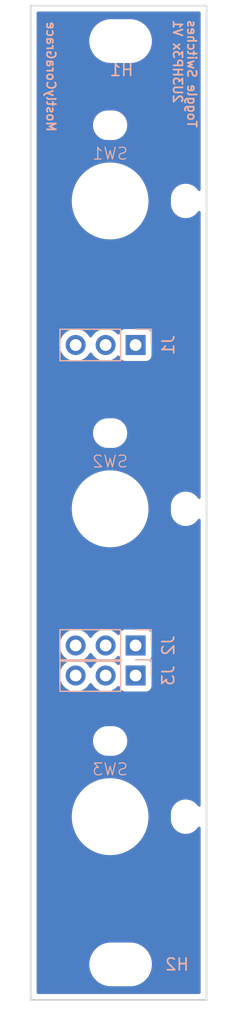
<source format=kicad_pcb>
(kicad_pcb (version 20240108) (generator "pcbnew") (generator_version "8.0")
  (layers (0 "F.Cu" signal) (31 "B.Cu" signal) (34 "B.Paste" user) (35 "F.Paste" user) (36 "B.SilkS" user "B.Silkscreen") (37 "F.SilkS" user "F.Silkscreen") (38 "B.Mask" user) (39 "F.Mask" user) (44 "Edge.Cuts" user))
  (net 0 "")
  (footprint "EXC:SW_SPDT_M6_Panel_Mount" (layer "F.Cu") (at 6.731 44.962)
    (property "Reference" "SW2" (at 0 -4 0) (layer "B.SilkS") (effects (font (thickness 0.1)) (justify mirror)))
    (property "Value" "SW_SPST_M6_MOUNT")
    (pad "" np_thru_hole oval (at 0 -6.4) (size 2.4 2) (drill oval 2.4 2) (layers "F&B.Cu" "*.Mask"))
    (pad "" np_thru_hole circle (at 0 0) (size 6 6) (drill 6) (layers "F&B.Cu" "*.Mask"))
    (pad "" np_thru_hole oval (at 6.4 0) (size 2 2.4) (drill oval 2 2.4) (layers "F&B.Cu" "*.Mask"))
  )
  (footprint "EXC:SW_SPDT_M6_Panel_Mount" (layer "F.Cu") (at 6.731 70.9865)
    (property "Reference" "SW3" (at 0 -4 0) (layer "B.SilkS") (effects (font (thickness 0.1)) (justify mirror)))
    (property "Value" "SW_SPST_M6_MOUNT")
    (pad "" np_thru_hole oval (at 0 -6.4) (size 2.4 2) (drill oval 2.4 2) (layers "F&B.Cu" "*.Mask"))
    (pad "" np_thru_hole circle (at 0 0) (size 6 6) (drill 6) (layers "F&B.Cu" "*.Mask"))
    (pad "" np_thru_hole oval (at 6.4 0) (size 2 2.4) (drill oval 2 2.4) (layers "F&B.Cu" "*.Mask"))
  )
  (footprint "EXC:SW_SPDT_M6_Panel_Mount" (layer "F.Cu") (at 6.731 18.9375)
    (property "Reference" "SW1" (at 0 -4 0) (layer "B.SilkS") (effects (font (thickness 0.1)) (justify mirror)))
    (property "Value" "SW_SPST_M6_MOUNT")
    (pad "" np_thru_hole oval (at 0 -6.4) (size 2.4 2) (drill oval 2.4 2) (layers "F&B.Cu" "*.Mask"))
    (pad "" np_thru_hole circle (at 0 0) (size 6 6) (drill 6) (layers "F&B.Cu" "*.Mask"))
    (pad "" np_thru_hole oval (at 6.4 0) (size 2 2.4) (drill oval 2 2.4) (layers "F&B.Cu" "*.Mask"))
  )
  (footprint "Connector_PinSocket_2.54mm:PinSocket_1x03_P2.54mm_Vertical" (layer "B.Cu") (at 8.89 56.515 90)
    (property "Reference" "J2" (at 0 2.77 90) (layer "B.SilkS") (effects (justify mirror)))
    (property "Value" "Conn_01x03_Socket")
    (fp_line (start 1.33 -6.41) (end -1.33 -6.41) (stroke (width 0.12)) (layer "B.SilkS"))
    (fp_line (start 1.33 -6.41) (end 1.33 -1.27) (stroke (width 0.12)) (layer "B.SilkS"))
    (fp_line (start -1.33 -6.41) (end -1.33 -1.27) (stroke (width 0.12)) (layer "B.SilkS"))
    (fp_line (start 1.33 -1.27) (end -1.33 -1.27) (stroke (width 0.12)) (layer "B.SilkS"))
    (fp_line (start 1.33 0) (end 1.33 1.33) (stroke (width 0.12)) (layer "B.SilkS"))
    (fp_line (start 1.33 1.33) (end 0 1.33) (stroke (width 0.12)) (layer "B.SilkS"))
    (pad "1" thru_hole rect (at 0 0 90) (size 1.7 1.7) (drill 1) (layers "*.Cu" "*.Mask"))
    (pad "2" thru_hole oval (at 0 -2.54 90) (size 1.7 1.7) (drill 1) (layers "*.Cu" "*.Mask"))
    (pad "3" thru_hole oval (at 0 -5.08 90) (size 1.7 1.7) (drill 1) (layers "*.Cu" "*.Mask"))
  )
  (footprint "EXC:MountingHole_3.2mm_M3" (layer "B.Cu") (at 7.62 83.475 180)
    (property "Reference" "H2" (at -3.683 0 0) (layer "B.SilkS") (effects (justify right mirror)))
    (property "Value" "Eurorack_M3_MountingHole")
    (pad "" np_thru_hole oval (at 0 0 180) (size 4.8 3.2) (drill oval 4.8 3.2) (layers "F&B.Cu" "*.Mask"))
  )
  (footprint "Connector_PinSocket_2.54mm:PinSocket_1x03_P2.54mm_Vertical" (layer "B.Cu") (at 8.89 31.115 90)
    (property "Reference" "J1" (at 0 2.77 90) (layer "B.SilkS") (effects (justify mirror)))
    (property "Value" "Conn_01x03_Socket")
    (fp_line (start 1.33 -6.41) (end -1.33 -6.41) (stroke (width 0.12)) (layer "B.SilkS"))
    (fp_line (start 1.33 -6.41) (end 1.33 -1.27) (stroke (width 0.12)) (layer "B.SilkS"))
    (fp_line (start -1.33 -6.41) (end -1.33 -1.27) (stroke (width 0.12)) (layer "B.SilkS"))
    (fp_line (start 1.33 -1.27) (end -1.33 -1.27) (stroke (width 0.12)) (layer "B.SilkS"))
    (fp_line (start 1.33 0) (end 1.33 1.33) (stroke (width 0.12)) (layer "B.SilkS"))
    (fp_line (start 1.33 1.33) (end 0 1.33) (stroke (width 0.12)) (layer "B.SilkS"))
    (pad "1" thru_hole rect (at 0 0 90) (size 1.7 1.7) (drill 1) (layers "*.Cu" "*.Mask"))
    (pad "2" thru_hole oval (at 0 -2.54 90) (size 1.7 1.7) (drill 1) (layers "*.Cu" "*.Mask"))
    (pad "3" thru_hole oval (at 0 -5.08 90) (size 1.7 1.7) (drill 1) (layers "*.Cu" "*.Mask"))
  )
  (footprint "EXC:MountingHole_3.2mm_M3" (layer "B.Cu") (at 7.62 5.425 180)
    (property "Reference" "H1" (at 1.016 -2.449 0) (layer "B.SilkS") (effects (justify right mirror)))
    (property "Value" "Eurorack_M3_MountingHole")
    (pad "" np_thru_hole oval (at 0 0 180) (size 4.8 3.2) (drill oval 4.8 3.2) (layers "F&B.Cu" "*.Mask"))
  )
  (footprint "Connector_PinSocket_2.54mm:PinSocket_1x03_P2.54mm_Vertical" (layer "B.Cu") (at 8.89 59.055 90)
    (property "Reference" "J3" (at 0 2.77 90) (layer "B.SilkS") (effects (justify mirror)))
    (property "Value" "Conn_01x03_Socket")
    (fp_line (start 1.33 -6.41) (end -1.33 -6.41) (stroke (width 0.12)) (layer "B.SilkS"))
    (fp_line (start 1.33 -6.41) (end 1.33 -1.27) (stroke (width 0.12)) (layer "B.SilkS"))
    (fp_line (start -1.33 -6.41) (end -1.33 -1.27) (stroke (width 0.12)) (layer "B.SilkS"))
    (fp_line (start 1.33 -1.27) (end -1.33 -1.27) (stroke (width 0.12)) (layer "B.SilkS"))
    (fp_line (start 1.33 0) (end 1.33 1.33) (stroke (width 0.12)) (layer "B.SilkS"))
    (fp_line (start 1.33 1.33) (end 0 1.33) (stroke (width 0.12)) (layer "B.SilkS"))
    (pad "1" thru_hole rect (at 0 0 90) (size 1.7 1.7) (drill 1) (layers "*.Cu" "*.Mask"))
    (pad "2" thru_hole oval (at 0 -2.54 90) (size 1.7 1.7) (drill 1) (layers "*.Cu" "*.Mask"))
    (pad "3" thru_hole oval (at 0 -5.08 90) (size 1.7 1.7) (drill 1) (layers "*.Cu" "*.Mask"))
  )
  (gr_rect (start 0 2.425) (end 14.9 86.475) (stroke (width 0.15)) (fill none) (layer "Edge.Cuts"))
  (gr_text "Toggle Switches\n2U3HP3x V1" (at 14.097 3.556 270) (layer "B.SilkS") (effects (font (size 0.75 0.75) (thickness 0.15) (bold yes)) (justify right top mirror)))
  (gr_text "MostlyCoraGrace" (at 2.159 3.683 270) (layer "B.SilkS") (effects (font (size 0.75 0.75)) (justify right top mirror)))
  (zone (net 0) (net_name "") (layers "F&B.Cu") (connect_pads (clearance 0.5)) (min_thickness 0.25) (fill yes (thermal_gap 0.5) (thermal_bridge_width 0.5) (island_removal_mode 1) (island_area_min 10))
    (polygon (pts (xy 0 2.5) (xy 15 2.5) (xy 15 86.5) (xy 0 86.5)))
  )
)
</source>
